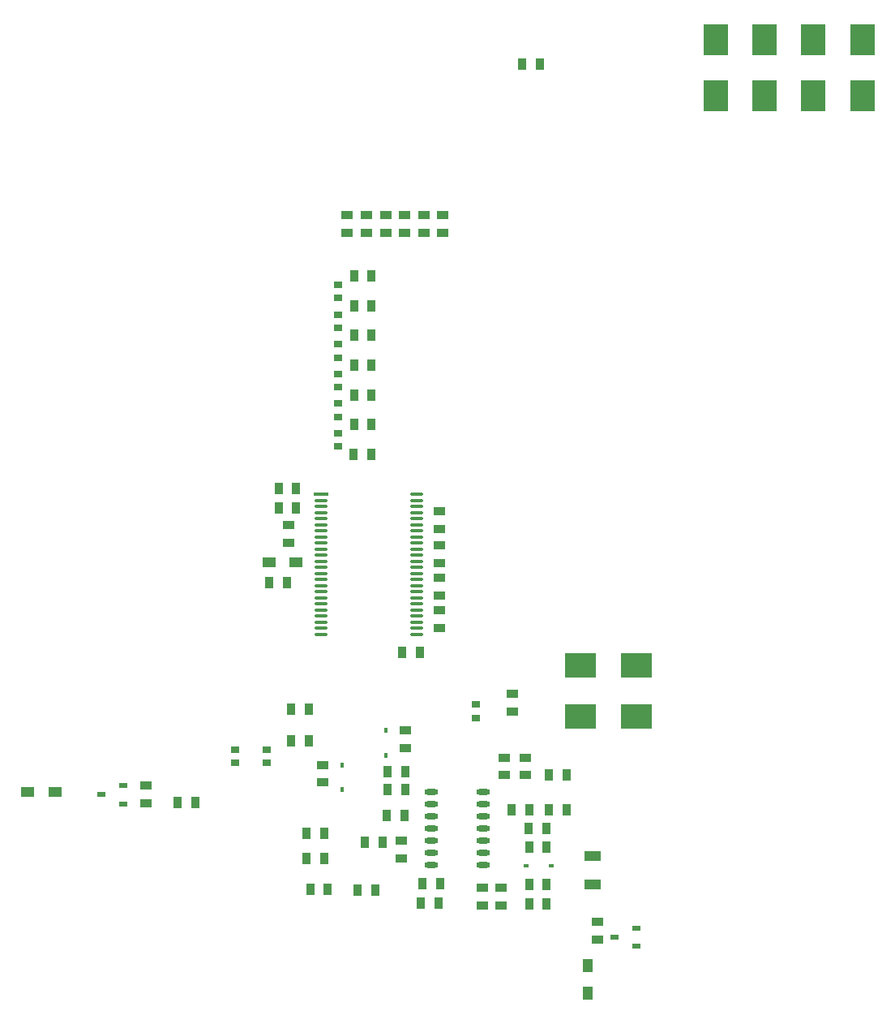
<source format=gbr>
%FSTAX23Y23*%
%MOIN*%
%SFA1B1*%

%IPPOS*%
%ADD10R,0.051181X0.037402*%
%ADD11R,0.043307X0.053150*%
%ADD12R,0.059055X0.011811*%
%ADD13O,0.059055X0.011811*%
%ADD14O,0.057087X0.023622*%
%ADD15R,0.037402X0.051181*%
%ADD16R,0.035433X0.023622*%
%ADD17R,0.035433X0.027559*%
%ADD18R,0.017716X0.021654*%
%ADD19R,0.053150X0.043307*%
%ADD20R,0.021654X0.017716*%
%ADD21R,0.098425X0.125000*%
%ADD22R,0.125000X0.098425*%
%ADD23R,0.066929X0.041339*%
%LNpms_board_paste_top-1*%
%LPD*%
G54D10*
X02618Y01259D03*
Y01332D03*
X02322Y02005D03*
Y01933D03*
X01814Y01665D03*
Y01592D03*
X00763Y01891D03*
Y01818D03*
X0183Y02045D03*
Y02118D03*
X02224Y01399D03*
Y01472D03*
X02271Y02267D03*
Y02194D03*
X02236Y02005D03*
Y01933D03*
X02145Y01472D03*
Y01399D03*
X01488Y01903D03*
Y01976D03*
X01968Y02671D03*
Y02744D03*
Y02537D03*
Y0261D03*
X01984Y04233D03*
Y0416D03*
X01905Y04234D03*
Y04161D03*
X01826Y04234D03*
Y04161D03*
X01748Y04234D03*
Y04161D03*
X01669Y04234D03*
Y04161D03*
X0159Y04234D03*
Y04161D03*
X01968Y02805D03*
Y02877D03*
Y03019D03*
Y02946D03*
X01348Y02887D03*
Y0296D03*
G54D11*
X02578Y01038D03*
Y0115D03*
G54D12*
X01484Y03087D03*
G54D13*
X01484Y03062D03*
Y03037D03*
Y03012D03*
Y02987D03*
Y02962D03*
Y02937D03*
Y02912D03*
Y02887D03*
Y02862D03*
Y02837D03*
Y02812D03*
Y02787D03*
Y02762D03*
Y02737D03*
Y02712D03*
Y02687D03*
Y02662D03*
Y02637D03*
Y02612D03*
Y02587D03*
Y02562D03*
Y02537D03*
Y02512D03*
X01877Y03087D03*
Y03062D03*
Y03037D03*
Y03012D03*
Y02987D03*
Y02962D03*
Y02937D03*
Y02912D03*
Y02887D03*
Y02862D03*
Y02837D03*
Y02812D03*
Y02787D03*
Y02762D03*
Y02737D03*
Y02712D03*
Y02687D03*
Y02662D03*
Y02637D03*
Y02612D03*
Y02587D03*
Y02562D03*
Y02537D03*
Y02512D03*
G54D14*
X01936Y01866D03*
Y01816D03*
Y01766D03*
Y01716D03*
Y01666D03*
Y01616D03*
Y01566D03*
X0215Y01866D03*
Y01816D03*
Y01766D03*
Y01716D03*
Y01666D03*
Y01616D03*
Y01566D03*
G54D15*
X0242Y01933D03*
X02493D03*
X0231Y04854D03*
X02382D03*
X01966Y01409D03*
X01893D03*
X01901Y01488D03*
X01974D03*
X01664Y01657D03*
X01737D03*
X0183Y01874D03*
X01757D03*
X0183Y01948D03*
X01757D03*
X01433Y02074D03*
X0136D03*
X02411Y01405D03*
X02338D03*
Y01484D03*
X02411D03*
X00893Y01822D03*
X00966D03*
X01423Y0159D03*
X01496D03*
X01361Y02204D03*
X01434D03*
X0241Y01716D03*
X02337D03*
X02265Y01791D03*
X02338D03*
X02421D03*
X02494D03*
X01632Y0146D03*
X01705D03*
X01511Y01464D03*
X01438D03*
X02411Y01637D03*
X02338D03*
X01496Y01696D03*
X01423D03*
X01688Y03251D03*
X01616D03*
X01815Y02438D03*
X01888D03*
X0169Y03374D03*
X01618D03*
X0169Y03496D03*
X01618D03*
X0169Y03618D03*
X01618D03*
X01269Y02726D03*
X01342D03*
X0169Y0374D03*
X01618D03*
X0169Y03862D03*
X01618D03*
X01691Y03984D03*
X01619D03*
X01826Y01767D03*
X01753D03*
X01381Y03031D03*
X01309D03*
Y0311D03*
X01381D03*
G54D16*
X02781Y0123D03*
Y01305D03*
X0269Y01267D03*
X00671Y01816D03*
Y01891D03*
X0058Y01854D03*
G54D17*
X01259Y01984D03*
Y02039D03*
X01129Y01984D03*
Y02039D03*
X02118Y02169D03*
Y02224D03*
X01553Y03338D03*
Y03283D03*
Y0346D03*
Y03405D03*
Y03582D03*
Y03527D03*
Y03704D03*
Y03649D03*
Y03826D03*
Y03771D03*
Y03948D03*
Y03893D03*
G54D18*
X01748Y02015D03*
Y02118D03*
X0157Y01874D03*
Y01976D03*
G54D19*
X00277Y01866D03*
X00389D03*
X01381Y02807D03*
X01269D03*
G54D20*
X02326Y01562D03*
X02429D03*
G54D21*
X03708Y04953D03*
Y04723D03*
X03507Y04953D03*
Y04723D03*
X03307Y04953D03*
Y04723D03*
X03106Y04955D03*
Y04725D03*
G54D22*
X0278Y02173D03*
X0255D03*
X0278Y02385D03*
X0255D03*
G54D23*
X02598Y01484D03*
Y016D03*
M02*
</source>
